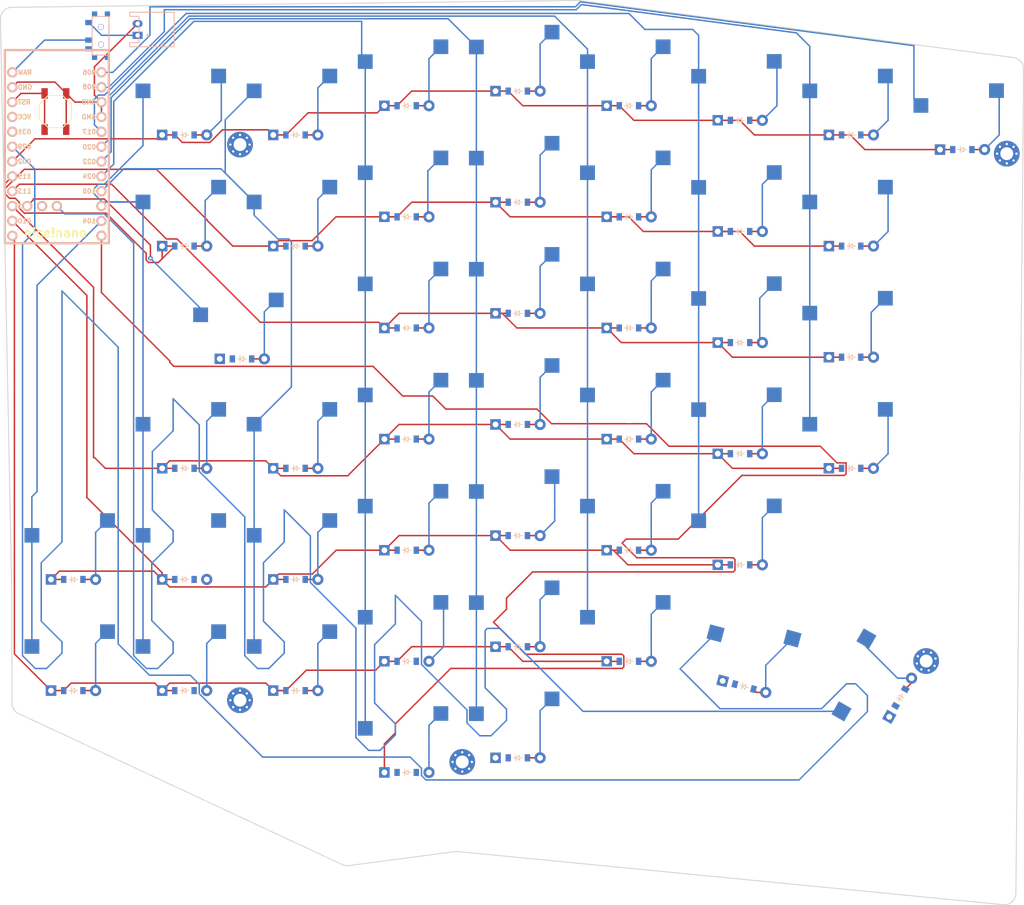
<source format=kicad_pcb>
(kicad_pcb (version 20240108) (generator "pcbnew") (generator_version "8.0")
  (title_block (title "tutorial") (rev "v1.0.0") (company "Unknown"))
  (layers (0 "F.Cu" signal) (31 "B.Cu" signal) (34 "B.Paste" user) (35 "F.Paste" user) (36 "B.SilkS" user "B.Silkscreen") (37 "F.SilkS" user "F.Silkscreen") (38 "B.Mask" user) (39 "F.Mask" user) (44 "Edge.Cuts" user))
  (net 0 "")
  (net 1 "P104")
  (net 2 "arrows_mod")
  (net 3 "arrows_bottom")
  (net 4 "P011")
  (net 5 "outer_mod")
  (net 6 "outer_bottom")
  (net 7 "outer_home")
  (net 8 "outer_num")
  (net 9 "outer_fun")
  (net 10 "P100")
  (net 11 "pinky_mod")
  (net 12 "pinky_bottom")
  (net 13 "pinky_home")
  (net 14 "pinky_num")
  (net 15 "pinky_fun")
  (net 16 "P024")
  (net 17 "ring_fa")
  (net 18 "ring_mod")
  (net 19 "ring_bottom")
  (net 20 "ring_home")
  (net 21 "ring_top")
  (net 22 "ring_num")
  (net 23 "ring_fun")
  (net 24 "P022")
  (net 25 "middle_fa")
  (net 26 "middle_mod")
  (net 27 "middle_bottom")
  (net 28 "middle_home")
  (net 29 "middle_top")
  (net 30 "middle_num")
  (net 31 "middle_fun")
  (net 32 "P020")
  (net 33 "index_mod")
  (net 34 "index_bottom")
  (net 35 "index_home")
  (net 36 "index_top")
  (net 37 "index_num")
  (net 38 "index_fun")
  (net 39 "P017")
  (net 40 "inner_bottom")
  (net 41 "inner_home")
  (net 42 "inner_top")
  (net 43 "inner_num")
  (net 44 "inner_fun")
  (net 45 "P008")
  (net 46 "f45rfc_home")
  (net 47 "f45rfc_top")
  (net 48 "f45rfc_num")
  (net 49 "f45rfc_fun")
  (net 50 "P006")
  (net 51 "f6_fun")
  (net 52 "P029")
  (net 53 "layer_default")
  (net 54 "P107")
  (net 55 "space_default")
  (net 56 "P101")
  (net 57 "tab_default")
  (net 58 "P009")
  (net 59 "P010")
  (net 60 "P111")
  (net 61 "P115")
  (net 62 "P002")
  (net 63 "P106")
  (net 64 "P113")
  (net 65 "RAW")
  (net 66 "GND")
  (net 67 "RST")
  (net 68 "VCC")
  (net 69 "P031")
  (net 70 "P102")
  (net 71 "pos")
  (footprint "E73:SPDT_C128955" (layer "F.Cu") (at 117.9 63.08 -90)
    (property "Reference" "T1" (hide yes))
    (property "Value" "" (hide yes))
  )
  (footprint "E73:SW_TACT_ALPS_SKQGABE010" (layer "F.Cu") (at 110.11 76.05 -90)
    (property "Reference" "B1" (hide yes))
    (property "Value" "" (hide yes))
  )
  (footprint "MX" (layer "F.Cu") (at 189.17 67.55)
    (property "Reference" "S26" (hide yes))
    (property "Value" "" (hide yes))
  )
  (footprint "MountingHole_2.2mm_M2_Pad_Via" (layer "F.Cu") (at 272.77 83.25)
    (property "Reference" "_5" (hide yes))
    (property "Value" "")
  )
  (footprint "MX" (layer "F.Cu") (at 246.17 75.05)
    (property "Reference" "S41" (hide yes))
    (property "Value" "" (hide yes))
  )
  (footprint "ComboDiode" (layer "F.Cu") (at 246.17 99.05)
    (property "Reference" "D40" (hide yes))
    (property "Value" "" (hide yes))
  )
  (footprint "MX" (layer "F.Cu") (at 113.17 170.05)
    (property "Reference" "S1" (hide yes))
    (property "Value" "" (hide yes))
  )
  (footprint "MountingHole_2.2mm_M2_Pad_Via" (layer "F.Cu") (at 141.67 81.7)
    (property "Reference" "_1" (hide yes))
    (property "Value" "")
  )
  (footprint "ComboDiode" (layer "F.Cu") (at 170.17 170.05)
    (property "Reference" "D14" (hide yes))
    (property "Value" "" (hide yes))
  )
  (footprint "MX" (layer "F.Cu") (at 265.17 77.55)
    (property "Reference" "S42" (hide yes))
    (property "Value" "" (hide yes))
  )
  (footprint "MX" (layer "F.Cu") (at 227.17 148.55)
    (property "Reference" "S33" (hide yes))
    (property "Value" "" (hide yes))
  )
  (footprint "ComboDiode" (layer "F.Cu") (at 170.17 151.05)
    (property "Reference" "D15" (hide yes))
    (property "Value" "" (hide yes))
  )
  (footprint "ComboDiode" (layer "F.Cu") (at 208.17 75.05)
    (property "Reference" "D32" (hide yes))
    (property "Value" "" (hide yes))
  )
  (footprint "ComboDiode" (layer "F.Cu") (at 227.17 115.55)
    (property "Reference" "D35" (hide yes))
    (property "Value" "" (hide yes))
  )
  (footprint "MX" (layer "F.Cu") (at 208.17 70.05)
    (property "Reference" "S32" (hide yes))
    (property "Value" "" (hide yes))
  )
  (footprint "MX" (layer "F.Cu") (at 170.17 146.05)
    (property "Reference" "S15" (hide yes))
    (property "Value" "" (hide yes))
  )
  (footprint "MX" (layer "F.Cu") (at 189.17 162.55)
    (property "Reference" "S21" (hide yes))
    (property "Value" "" (hide yes))
  )
  (footprint "MX" (layer "F.Cu") (at 170.17 89.05)
    (property "Reference" "S18" (hide yes))
    (property "Value" "" (hide yes))
  )
  (footprint "MX" (layer "F.Cu") (at 227.17 110.55)
    (property "Reference" "S35" (hide yes))
    (property "Value" "" (hide yes))
  )
  (footprint "ComboDiode" (layer "F.Cu") (at 151.17 175.05)
    (property "Reference" "D8" (hide yes))
    (property "Value" "" (hide yes))
  )
  (footprint "MountingHole_2.2mm_M2_Pad_Via" (layer "F.Cu") (at 258.990986 170.003718 60)
    (property "Reference" "_4" (hide yes))
    (property "Value" "")
  )
  (footprint "ComboDiode" (layer "F.Cu") (at 151.17 156.05)
    (property "Reference" "D9" (hide yes))
    (property "Value" "" (hide yes))
  )
  (footprint "MX" (layer "F.Cu") (at 227.17 72.55)
    (property "Reference" "S37" (hide yes))
    (property "Value" "" (hide yes))
  )
  (footprint "MountingHole_2.2mm_M2_Pad_Via" (layer "F.Cu") (at 179.67 187.25)
    (property "Reference" "_3" (hide yes))
    (property "Value" "")
  )
  (footprint "MX" (layer "F.Cu") (at 246.17 132.05)
    (property "Reference" "S38" (hide yes))
    (property "Value" "" (hide yes))
  )
  (footprint "ComboDiode" (layer "F.Cu") (at 227.875905 174.379629 -15)
    (property "Reference" "D43" (hide yes))
    (property "Value" "" (hide yes))
  )
  (footprint "MX" (layer "F.Cu") (at 132.17 94.05)
    (property "Reference" "S6" (hide yes))
    (property "Value" "" (hide yes))
  )
  (footprint "ComboDiode" (layer "F.Cu") (at 227.17 134.55)
    (property "Reference" "D34" (hide yes))
    (property "Value" "" (hide yes))
  )
  (footprint "ComboDiode" (layer "F.Cu") (at 189.17 72.55)
    (property "Reference" "D26" (hide yes))
    (property "Value" "" (hide yes))
  )
  (footprint "MX" (layer "F.Cu") (at 208.17 127.05)
    (property "Reference" "S29" (hide yes))
    (property "Value" "" (hide yes))
  )
  (footprint "ComboDiode" (layer "F.Cu") (at 142.02 118.34)
    (property "Reference" "D45" (hide yes))
    (property "Value" "" (hide yes))
  )
  (footprint "ComboDiode" (layer "F.Cu") (at 113.17 156.05)
    (property "Reference" "D2" (hide yes))
    (property "Value" "" (hide yes))
  )
  (footprint "MX" (layer "F.Cu") (at 170.17 70.05)
    (property "Reference" "S19" (hide yes))
    (property "Value" "" (hide yes))
  )
  (footprint "MX" (layer "F.Cu") (at 189.17 143.55)
    (property "Reference" "S22" (hide yes))
    (property "Value" "" (hide yes))
  )
  (footprint "ComboDiode" (layer "F.Cu") (at 170.17 132.05)
    (property "Reference" "D16" (hide yes))
    (property "Value" "" (hide yes))
  )
  (footprint "ComboDiode" (layer "F.Cu") (at 246.17 118.05)
    (property "Reference" "D39" (hide yes))
    (property "Value" "" (hide yes))
  )
  (footprint "MX" (layer "F.Cu") (at 227.17 91.55)
    (property "Reference" "S36" (hide yes))
    (property "Value" "" (hide yes))
  )
  (footprint "MX" (layer "F.Cu") (at 246.17 113.05)
    (property "Reference" "S39" (hide yes))
    (property "Value" "" (hide yes))
  )
  (footprint "MountingHole_2.2mm_M2_Pad_Via" (layer "F.Cu") (at 141.67 176.7)
    (property "Reference" "_2" (hide yes))
    (property "Value" "")
  )
  (footprint "ComboDiode" (layer "F.Cu") (at 208.17 170.05)
    (property "Reference" "D27" (hide yes))
    (property "Value" "" (hide yes))
  )
  (footprint "MX" (layer "F.Cu") (at 189.17 124.55)
    (property "Reference" "S23" (hide yes))
    (property "Value" "" (hide yes))
  )
  (footprint "ComboDiode" (layer "F.Cu") (at 246.17 80.05)
    (property "Reference" "D41" (hide yes))
    (property "Value" "" (hide yes))
  )
  (footprint "MX" (layer "F.Cu") (at 189.17 86.55)
    (property "Reference" "S25" (hide yes))
    (property "Value" "" (hide yes))
  )
  (footprint "ComboDiode" (layer "F.Cu") (at 151.17 99.05)
    (property "Reference" "D11" (hide yes))
    (property "Value" "" (hide yes))
  )
  (footprint "MX" (layer "F.Cu") (at 151.17 132.05)
    (property "Reference" "S10" (hide yes))
    (property "Value" "" (hide yes))
  )
  (footprint "MX" (layer "F.Cu") (at 132.17 151.05)
    (property "Reference" "S4" (hide yes))
    (property "Value" "" (hide yes))
  )
  (footprint "ComboDiode" (layer "F.Cu") (at 254.584769 176.235511 60)
    (property "Reference" "D44" (hide yes))
    (property "Value" "" (hide yes))
  )
  (footprint "ComboDiode" (layer "F.Cu") (at 227.17 77.55)
    (property "Reference" "D37" (hide yes))
    (property "Value" "" (hide yes))
  )
  (footprint "ComboDiode" (layer "F.Cu") (at 132.17 99.05)
    (property "Reference" "D6" (hide yes))
    (property "Value" "" (hide yes))
  )
  (footprint "ComboDiode" (layer "F.Cu") (at 189.17 110.55)
    (property "Reference" "D24" (hide yes))
    (property "Value" "" (hide yes))
  )
  (footprint "MX" (layer "F.Cu") (at 229.17 169.55 -15)
    (property "Reference" "S43" (hide yes))
    (property "Value" "" (hide yes))
  )
  (footprint "MX" (layer "F.Cu") (at 170.17 108.05)
    (property "Reference" "S17" (hide yes))
    (property "Value" "" (hide yes))
  )
  (footprint "ComboDiode" (layer "F.Cu") (at 170.17 75.05)
    (property "Reference" "D19" (hide yes))
    (property "Value" "" (hide yes))
  )
  (footprint "ComboDiode" (layer "F.Cu") (at 151.17 80.05)
    (property "Reference" "D12" (hide yes))
    (property "Value" "" (hide yes))
  )
  (footprint "MX" (layer "F.Cu") (at 208.17 89.05)
    (property "Reference" "S31" (hide yes))
    (property "Value" "" (hide yes))
  )
  (footprint "MX" (layer "F.Cu") (at 246.17 94.05)
    (property "Reference" "S40" (hide yes))
    (property "Value" "" (hide yes))
  )
  (footprint "ComboDiode" (layer "F.Cu") (at 246.17 137.05)
    (property "Reference" "D38" (hide yes))
    (property "Value" "" (hide yes))
  )
  (footprint "ComboDiode" (layer "F.Cu") (at 170.17 94.05)
    (property "Reference" "D18" (hide yes))
    (property "Value" "" (hide yes))
  )
  (footprint "JST_PH_S2B-PH-K_02x2.00mm_Angled" (layer "F.Cu") (at 124.16 62.02 90)
    (property "Reference" "JST1" (hide yes))
    (property "Value" "" (hide yes))
  )
  (footprint "ComboDiode" (layer "F.Cu") (at 189.17 91.55)
    (property "Reference" "D25" (hide yes))
    (property "Value" "" (hide yes))
  )
  (footprint "ComboDiode" (layer "F.Cu") (at 227.17 153.55)
    (property "Reference" "D33" (hide yes))
    (property "Value" "" (hide yes))
  )
  (footprint "ComboDiode" (layer "F.Cu") (at 132.17 137.05)
    (property "Reference" "D5" (hide yes))
    (property "Value" "" (hide yes))
  )
  (footprint "ComboDiode" (layer "F.Cu") (at 208.17 151.05)
    (property "Reference" "D28" (hide yes))
    (property "Value" "" (hide yes))
  )
  (footprint "MX" (layer "F.Cu") (at 208.17 108.05)
    (property "Reference" "S30" (hide yes))
    (property "Value" "" (hide yes))
  )
  (footprint "MX" (layer "F.Cu") (at 151.17 75.05)
    (property "Reference" "S12" (hide yes))
    (property "Value" "" (hide yes))
  )
  (footprint "MX" (layer "F.Cu") (at 170.17 127.05)
    (property "Reference" "S16" (hide yes))
    (property "Value" "" (hide yes))
  )
  (footprint "ComboDiode" (layer "F.Cu") (at 208.17 113.05)
    (property "Reference" "D30" (hide yes))
    (property "Value" "" (hide yes))
  )
  (footprint "MX" (layer "F.Cu") (at 132.17 132.05)
    (property "Reference" "S5" (hide yes))
    (property "Value" "" (hide yes))
  )
  (footprint "ComboDiode" (layer "F.Cu") (at 113.17 175.05)
    (property "Reference" "D1" (hide yes))
    (property "Value" "" (hide yes))
  )
  (footprint "ComboDiode" (layer "F.Cu") (at 151.17 137.05)
    (property "Reference" "D10" (hide yes))
    (property "Value" "" (hide yes))
  )
  (footprint "nice_nano" (layer "F.Cu") (at 110.36 83.32 -90)
    (property "Reference" "MCU1" (hide yes))
    (property "Value" "nice_nano" (hide yes))
  )
  (footprint "ComboDiode" (layer "F.Cu") (at 227.17 96.55)
    (property "Reference" "D36" (hide yes))
    (property "Value" "" (hide yes))
  )
  (footprint "ComboDiode" (layer "F.Cu") (at 189.17 186.55)
    (property "Reference" "D20" (hide yes))
    (property "Value" "" (hide yes))
  )
  (footprint "ComboDiode" (layer "F.Cu") (at 132.17 156.05)
    (property "Reference" "D4" (hide yes))
    (property "Value" "" (hide yes))
  )
  (footprint "ComboDiode" (layer "F.Cu") (at 208.17 94.05)
    (property "Reference" "D31" (hide yes))
    (property "Value" "" (hide yes))
  )
  (footprint "ComboDiode" (layer "F.Cu") (at 189.17 129.55)
    (property "Reference" "D23" (hide yes))
    (property "Value" "" (hide yes))
  )
  (footprint "MX" (layer "F.Cu") (at 151.17 170.05)
    (property "Reference" "S8" (hide yes))
    (property "Value" "" (hide yes))
  )
  (footprint "MX" (layer "F.Cu") (at 208.17 165.05)
    (property "Reference" "S27" (hide yes))
    (property "Value" "" (hide yes))
  )
  (footprint "MX" (layer "F.Cu") (at 189.17 105.55)
    (property "Reference" "S24" (hide yes))
    (property "Value" "" (hide yes))
  )
  (footprint "ComboDiode" (layer "F.Cu") (at 132.17 175.05)
    (property "Reference" "D3" (hide yes))
    (property "Value" "" (hide yes))
  )
  (footprint "ComboDiode" (layer "F.Cu") (at 170.17 189.05)
    (property "Reference" "D13" (hide yes))
    (property "Value" "" (hide yes))
  )
  (footprint "ComboDiode" (layer "F.Cu") (at 265.17 82.55)
    (property "Reference" "D42" (hide yes))
    (property "Value" "" (hide yes))
  )
  (footprint "MX" (layer "F.Cu") (at 113.17 151.05)
    (property "Reference" "S2" (hide yes))
    (property "Value" "" (hide yes))
  )
  (footprint "MX" (layer "F.Cu") (at 250.254642 173.735511 60)
    (property "Reference" "S44" (hide yes))
    (property "Value" "" (hide yes))
  )
  (footprint "MX" (layer "F.Cu") (at 132.17 75.05)
    (property "Reference" "S7" (hide yes))
    (property "Value" "" (hide yes))
  )
  (footprint "MX" (layer "F.Cu") (at 151.17 151.05)
    (property "Reference" "S9" (hide yes))
    (property "Value" "" (hide yes))
  )
  (footprint "MX" (layer "F.Cu") (at 189.17 181.55)
    (property "Reference" "S20" (hide yes))
    (property "Value" "" (hide yes))
  )
  (footprint "MX" (layer "F.Cu") (at 132.17 170.05)
    (property "Reference" "S3" (hide yes))
    (property "Value" "" (hide yes))
  )
  (footprint "ComboDiode" (layer "F.Cu") (at 208.17 132.05)
    (property "Reference" "D29" (hide yes))
    (property "Value" "" (hide yes))
  )
  (footprint "MX" (layer "F.Cu") (at 142.02 113.34)
    (property "Reference" "S45" (hide yes))
    (property "Value" "" (hide yes))
  )
  (footprint "MX" (layer "F.Cu") (at 151.17 94.05)
    (property "Reference" "S11" (hide yes))
    (property "Value" "" (hide yes))
  )
  (footprint "MX" (layer "F.Cu") (at 170.17 165.05)
    (property "Reference" "S14" (hide yes))
    (property "Value" "" (hide yes))
  )
  (footprint "ComboDiode" (layer "F.Cu") (at 189.17 167.55)
    (property "Reference" "D21" (hide yes))
    (property "Value" "" (hide yes))
  )
  (footprint "MX" (layer "F.Cu") (at 208.17 146.05)
    (property "Reference" "S28" (hide yes))
    (property "Value" "" (hide yes))
  )
  (footprint "ComboDiode" (layer "F.Cu") (at 170.17 113.05)
    (property "Reference" "D17" (hide yes))
    (property "Value" "" (hide yes))
  )
  (footprint "MX" (layer "F.Cu") (at 170.17 184.05)
    (property "Reference" "S13" (hide yes))
    (property "Value" "" (hide yes))
  )
  (footprint "MX" (layer "F.Cu") (at 227.17 129.55)
    (property "Reference" "S34" (hide yes))
    (property "Value" "" (hide yes))
  )
  (footprint "ComboDiode" (layer "F.Cu") (at 132.17 80.05)
    (property "Reference" "D7" (hide yes))
    (property "Value" "" (hide yes))
  )
  (footprint "ComboDiode" (layer "F.Cu") (at 189.17 148.55)
    (property "Reference" "D22" (hide yes))
    (property "Value" "" (hide yes))
  )
  (gr_arc (start 103.824229 178.98864) (mid 102.983059 178.250624) (end 102.67 177.176274) (stroke (width 0.15)) (layer "Edge.Cuts"))
  (gr_arc (start 199.526818 57.051736) (mid 199.669696 57.055111) (end 199.811968 57.06868) (stroke (width 0.15)) (layer "Edge.Cuts"))
  (gr_arc (start 273.914357 66.818994) (mid 275.16326 67.490236) (end 275.65336 68.820697) (stroke (width 0.15)) (layer "Edge.Cuts"))
  (gr_line (start 102.68519 58.225573) (end 199.526819 57.051736) (stroke (width 0.15)) (layer "Edge.Cuts"))
  (gr_arc (start 178.442973 202.579872) (mid 178.670221 202.563064) (end 178.897905 202.572214) (stroke (width 0.15)) (layer "Edge.Cuts"))
  (gr_arc (start 160.248205 204.97392) (mid 159.682686 204.967679) (end 159.141525 204.803378) (stroke (width 0.15)) (layer "Edge.Cuts"))
  (gr_line (start 199.811968 57.06868) (end 273.914357 66.818994) (stroke (width 0.15)) (layer "Edge.Cuts"))
  (gr_arc (start 274.329576 209.688427) (mid 273.666556 211.157155) (end 272.135641 211.6602) (stroke (width 0.15)) (layer "Edge.Cuts"))
  (gr_line (start 272.135641 211.6602) (end 178.897905 202.572214) (stroke (width 0.15)) (layer "Edge.Cuts"))
  (gr_arc (start 102.66961 159.430241) (mid 102.669903 159.449999) (end 102.67 159.469759) (stroke (width 0.15)) (layer "Edge.Cuts"))
  (gr_line (start 178.442973 202.579872) (end 160.248205 204.97392) (stroke (width 0.15)) (layer "Edge.Cuts"))
  (gr_line (start 102.67 177.176274) (end 102.67 159.469759) (stroke (width 0.15)) (layer "Edge.Cuts"))
  (gr_line (start 102.66961 159.430241) (end 100.709821 60.264945) (stroke (width 0.15)) (layer "Edge.Cuts"))
  (gr_arc (start 100.709821 60.264945) (mid 101.272854 58.833935) (end 102.68519 58.225573) (stroke (width 0.15)) (layer "Edge.Cuts"))
  (gr_line (start 275.65336 68.820697) (end 274.329575 209.688427) (stroke (width 0.15)) (layer "Edge.Cuts"))
  (gr_line (start 159.141525 204.803378) (end 103.824229 178.98864) (stroke (width 0.15)) (layer "Edge.Cuts"))
  (segment (start 106.97 105.76) (end 117.98 94.75) (width 0.25) (layer "B.Cu") (net 1))
  (segment (start 106.085 167.51) (end 106.085 148.51) (width 0.25) (layer "B.Cu") (net 1))
  (segment (start 106.085 141.905) (end 106.97 141.02) (width 0.25) (layer "B.Cu") (net 1))
  (segment (start 106.085 148.51) (end 106.085 141.905) (width 0.25) (layer "B.Cu") (net 1))
  (segment (start 106.97 141.02) (end 106.97 105.76) (width 0.25) (layer "B.Cu") (net 1))
  (segment (start 116.98 175.05) (end 114.82 175.05) (width 0.25) (layer "F.Cu") (net 2))
  (segment (start 119.012 164.97) (end 118.987 164.97) (width 0.25) (layer "B.Cu") (net 2))
  (segment (start 116.98 166.977) (end 116.98 175.05) (width 0.25) (layer "B.Cu") (net 2))
  (segment (start 118.987 164.97) (end 116.98 166.977) (width 0.25) (layer "B.Cu") (net 2))
  (segment (start 116.98 156.05) (end 114.82 156.05) (width 0.25) (layer "F.Cu") (net 3))
  (segment (start 116.98 148.002) (end 116.98 156.05) (width 0.25) (layer "B.Cu") (net 3))
  (segment (start 119.012 145.97) (end 116.98 148.002) (width 0.25) (layer "B.Cu") (net 3))
  (segment (start 125.085 129.51) (end 125.085 91.51) (width 0.25) (layer "B.Cu") (net 4))
  (segment (start 117.482405 88.4687) (end 116.7787 89.172405) (width 0.25) (layer "B.Cu") (net 4))
  (segment (start 116.7787 90.167595) (end 118.121105 91.51) (width 0.25) (layer "B.Cu") (net 4))
  (segment (start 125.085 167.51) (end 125.085 148.51) (width 0.25) (layer "B.Cu") (net 4))
  (segment (start 125.085 148.51) (end 125.085 129.51) (width 0.25) (layer "B.Cu") (net 4))
  (segment (start 118.68 91.51) (end 117.98 92.21) (width 0.25) (layer "B.Cu") (net 4))
  (segment (start 118.121105 91.51) (end 125.085 91.51) (width 0.25) (layer "B.Cu") (net 4))
  (segment (start 116.7787 89.172405) (end 116.7787 90.167595) (width 0.25) (layer "B.Cu") (net 4))
  (segment (start 125.085 91.51) (end 118.68 91.51) (width 0.25) (layer "B.Cu") (net 4))
  (segment (start 125.085 81.861295) (end 118.477595 88.4687) (width 0.25) (layer "B.Cu") (net 4))
  (segment (start 118.477595 88.4687) (end 117.482405 88.4687) (width 0.25) (layer "B.Cu") (net 4))
  (segment (start 125.085 72.51) (end 125.085 81.861295) (width 0.25) (layer "B.Cu") (net 4))
  (segment (start 135.98 167.002) (end 135.98 175.05) (width 0.25) (layer "B.Cu") (net 5))
  (segment (start 138.012 164.97) (end 135.98 167.002) (width 0.25) (layer "B.Cu") (net 5))
  (segment (start 135.98 137.05) (end 133.82 137.05) (width 0.25) (layer "F.Cu") (net 7))
  (segment (start 135.98 128.977) (end 135.98 137.05) (width 0.25) (layer "B.Cu") (net 7))
  (segment (start 137.987 126.97) (end 135.98 128.977) (width 0.25) (layer "B.Cu") (net 7))
  (segment (start 138.012 126.97) (end 137.987 126.97) (width 0.25) (layer "B.Cu") (net 7))
  (segment (start 135.98 99.05) (end 133.82 99.05) (width 0.25) (layer "F.Cu") (net 8))
  (segment (start 138.012 88.97) (end 135.71 91.272) (width 0.25) (layer "B.Cu") (net 8))
  (segment (start 135.71 98.78) (end 135.98 99.05) (width 0.25) (layer "B.Cu") (net 8))
  (segment (start 135.71 91.272) (end 135.71 98.78) (width 0.25) (layer "B.Cu") (net 8))
  (segment (start 135.98 80.05) (end 133.82 80.05) (width 0.25) (layer "F.Cu") (net 9))
  (segment (start 138.4759 70.4339) (end 138.4759 77.5541) (width 0.25) (layer "B.Cu") (net 9))
  (segment (start 138.4759 77.5541) (end 135.98 80.05) (width 0.25) (layer "B.Cu") (net 9))
  (segment (start 138.012 69.97) (end 138.4759 70.4339) (width 0.25) (layer "B.Cu") (net 9))
  (segment (start 150.006 97.836) (end 150.46 98.29) (width 0.25) (layer "B.Cu") (net 10))
  (segment (start 144.085 91.51) (end 138.405 85.83) (width 0.25) (layer "B.Cu") (net 10))
  (segment (start 148.142316 97.836) (end 150.006 97.836) (width 0.25) (layer "B.Cu") (net 10))
  (segment (start 144.085 129.51) (end 144.085 148.51) (width 0.25) (layer "B.Cu") (net 10))
  (segment (start 150.46 98.29) (end 150.46 123.135) (width 0.25) (layer "B.Cu") (net 10))
  (segment (start 144.085 93.778684) (end 148.142316 97.836) (width 0.25) (layer "B.Cu") (net 10))
  (segment (start 144.085 72.51) (end 139.145 77.45) (width 0.25) (layer "B.Cu") (net 10))
  (segment (start 150.46 123.135) (end 144.085 129.51) (width 0.25) (layer "B.Cu") (net 10))
  (segment (start 144.085 167.51) (end 144.085 148.51) (width 0.25) (layer "B.Cu") (net 10))
  (segment (start 139.145 86.57) (end 144.085 91.51) (width 0.25) (layer "B.Cu") (net 10))
  (segment (start 121.82 85.83) (end 117.98 89.67) (width 0.25) (layer "B.Cu") (net 10))
  (segment (start 144.085 91.51) (end 144.085 93.778684) (width 0.25) (layer "B.Cu") (net 10))
  (segment (start 139.145 77.45) (end 139.145 86.57) (width 0.25) (layer "B.Cu") (net 10))
  (segment (start 138.405 85.83) (end 121.82 85.83) (width 0.25) (layer "B.Cu") (net 10))
  (segment (start 154.98 175.05) (end 152.82 175.05) (width 0.25) (layer "F.Cu") (net 11))
  (segment (start 157.012 164.97) (end 154.98 167.002) (width 0.25) (layer "B.Cu") (net 11))
  (segment (start 154.98 167.002) (end 154.98 175.05) (width 0.25) (layer "B.Cu") (net 11))
  (segment (start 154.98 156.05) (end 152.82 156.05) (width 0.25) (layer "F.Cu") (net 12))
  (segment (start 154.98 148.002) (end 154.98 156.05) (width 0.25) (layer "B.Cu") (net 12))
  (segment (start 157.012 145.97) (end 154.98 148.002) (width 0.25) (layer "B.Cu") (net 12))
  (segment (start 154.98 137.05) (end 152.82 137.05) (width 0.25) (layer "F.Cu") (net 13))
  (segment (start 157.012 126.97) (end 154.98 129.002) (width 0.25) (layer "B.Cu") (net 13))
  (segment (start 154.98 129.002) (end 154.98 137.05) (width 0.25) (layer "B.Cu") (net 13))
  (segment (start 154.98 99.05) (end 152.82 99.05) (width 0.25) (layer "F.Cu") (net 14))
  (segment (start 154.98 91.002) (end 154.98 99.05) (width 0.25) (layer "B.Cu") (net 14))
  (segment (start 157.012 88.97) (end 154.98 91.002) (width 0.25) (layer "B.Cu") (net 14))
  (segment (start 154.98 80.05) (end 152.82 80.05) (width 0.25) (layer "F.Cu") (net 15))
  (segment (start 154.98 72.002) (end 154.98 80.05) (width 0.25) (layer "B.Cu") (net 15))
  (segment (start 157.012 69.97) (end 154.98 72.002) (width 0.25) (layer "B.Cu") (net 15))
  (segment (start 163.06 67.51) (end 162.47 66.92) (width 0.25) (layer "B.Cu") (net 16))
  (segment (start 163.085 86.51) (end 163.085 105.51) (width 0.25) (layer "B.Cu") (net 16))
  (segment (start 133.792743 60.627257) (end 120.0813 74.3387) (width 0.25) (layer "B.Cu") (net 16))
  (segment (start 163.085 143.51) (end 163.085 162.51) (width 0.25) (layer "B.Cu") (net 16))
  (segment (start 163.085 67.51) (end 163.085 86.51) (width 0.25) (layer "B.Cu") (net 16))
  (segment (start 163.085 105.51) (end 163.085 124.51) (width 0.25) (layer "B.Cu") (net 16))
  (segment (start 162.47 60.627257) (end 133.792743 60.627257) (width 0.25) (layer "B.Cu") (net 16))
  (segment (start 163.085 162.51) (end 163.085 181.51) (width 0.25) (layer "B.Cu") (net 16))
  (segment (start 120.0813 74.3387) (end 120.0813 85.0287) (width 0.25) (layer "B.Cu") (net 16))
  (segment (start 162.47 66.92) (end 162.47 60.627257) (width 0.25) (layer "B.Cu") (net 16))
  (segment (start 163.085 124.51) (end 163.085 143.51) (width 0.25) (layer "B.Cu") (net 16))
  (segment (start 163.085 67.51) (end 163.06 67.51) (width 0.25) (layer "B.Cu") (net 16))
  (segment (start 120.0813 85.0287) (end 117.98 87.13) (width 0.25) (layer "B.Cu") (net 16))
  (segment (start 173.98 181.002) (end 173.98 189.05) (width 0.25) (layer "B.Cu") (net 17))
  (segment (start 176.012 178.97) (end 173.98 181.002) (width 0.25) (layer "B.Cu") (net 17))
  (segment (start 176.012 159.97) (end 176.4759 160.4339) (width 0.25) (layer "B.Cu") (net 18))
  (segment (start 176.4759 167.5541) (end 173.98 170.05) (width 0.25) (layer "B.Cu") (net 18))
  (segment (start 176.4759 160.4339) (end 176.4759 167.5541) (width 0.25) (layer "B.Cu") (net 18))
  (segment (start 173.98 151.05) (end 171.82 151.05) (width 0.25) (layer "F.Cu") (net 19))
  (segment (start 173.98 143.002) (end 173.98 151.05) (width 0.25) (layer "B.Cu") (net 19))
  (segment (start 176.012 140.97) (end 173.98 143.002) (width 0.25) (layer "B.Cu") (net 19))
  (segment (start 173.98 132.05) (end 171.82 132.05) (width 0.25) (layer "F.Cu") (net 20))
  (segment (start 176.012 121.97) (end 173.98 124.002) (width 0.25) (layer "B.Cu") (net 20))
  (segment (start 173.98 124.002) (end 173.98 132.05) (width 0.25) (layer "B.Cu") (net 20))
  (segment (start 173.98 113.05) (end 171.82 113.05) (width 0.25) (layer "F.Cu") (net 21))
  (segment (start 173.98 105.002) (end 173.98 113.05) (width 0.25) (layer "B.Cu") (net 21))
  (segment (start 176.012 102.97) (end 173.98 105.002) (width 0.25) (layer "B.Cu") (net 21))
  (segment (start 173.98 94.05) (end 171.82 94.05) (width 0.25) (layer "F.Cu") (net 22))
  (segment (start 173.79 93.86) (end 173.98 94.05) (width 0.25) (layer "B.Cu") (net 22))
  (segment (start 173.79 86.192) (end 173.79 93.86) (width 0.25) (layer "B.Cu") (net 22))
  (segment (start 176.012 83.97) (end 173.79 86.192) (width 0.25) (layer "B.Cu") (net 22))
  (segment (start 173.98 75.05) (end 171.82 75.05) (width 0.25) (layer "F.Cu") (net 23))
  (segment (start 176.012 64.97) (end 173.98 67.002) (width 0.25) (layer "B.Cu") (net 23))
  (segment (start 173.98 67.002) (end 173.98 75.05) (width 0.25) (layer "B.Cu") (net 23))
  (segment (start 182.085 84.01) (end 182.085 103.01) (width 0.25) (layer "B.Cu") (net 24))
  (segment (start 177.252257 60.177257) (end 133.116396 60.177257) (width 0.25) (layer "B.Cu") (net 24))
  (segment (start 182.085 65.01) (end 177.252257 60.177257) (width 0.25) (layer "B.Cu") (net 24))
  (segment (start 182.085 65.01) (end 182.085 84.01) (width 0.25) (layer "B.Cu") (net 24))
  (segment (start 119.6313 73.662353) (end 119.6313 82.9387) (width 0.25) (layer "B.Cu") (net 24))
  (segment (start 182.085 160.01) (end 182.085 141.01) (width 0.25) (layer "B.Cu") (net 24))
  (segment (start 182.085 179.01) (end 182.085 160.01) (width 0.25) (layer "B.Cu") (net 24))
  (segment (start 133.116396 60.177257) (end 119.6313 73.662353) (width 0.25) (layer "B.Cu") (net 24))
  (segment (start 119.6313 82.9387) (end 117.98 84.59) (width 0.25) (layer "B.Cu") (net 24))
  (segment (start 182.085 141.01) (end 182.085 122.01) (width 0.25) (layer "B.Cu") (net 24))
  (segment (start 182.085 103.01) (end 182.085 122.01) (width 0.25) (layer "B.Cu") (net 24))
  (segment (start 192.98 186.55) (end 190.82 186.55) (width 0.25) (layer "F.Cu") (net 25))
  (segment (start 192.98 178.502) (end 192.98 186.55) (width 0.25) (layer "B.Cu") (net 25))
  (segment (start 195.012 176.47) (end 192.98 178.502) (width 0.25) (layer "B.Cu") (net 25))
  (segment (start 192.98 167.55) (end 190.82 167.55) (width 0.25) (layer "F.Cu") (net 26))
  (segment (start 195.012 157.47) (end 192.98 159.502) (width 0.25) (layer "B.Cu") (net 26))
  (segment (start 192.98 159.502) (end 192.98 167.55) (width 0.25) (layer "B.Cu") (net 26))
  (segment (start 192.98 148.55) (end 190.82 148.55) (width 0.25) (layer "F.Cu") (net 27))
  (segment (start 195.012 138.47) (end 195.4759 138.9339) (width 0.25) (layer "B.Cu") (net 27))
  (segment (start 195.4759 138.9339) (end 195.4759 146.0541) (width 0.25) (layer "B.Cu") (net 27))
  (segment (start 195.4759 146.0541) (end 192.98 148.55) (width 0.25) (layer "B.Cu") (net 27))
  (segment (start 192.98 129.55) (end 190.82 129.55) (width 0.25) (layer "F.Cu") (net 28))
  (segment (start 192.98 121.502) (end 192.98 129.55) (width 0.25) (layer "B.Cu") (net 28))
  (segment (start 195.012 119.47) (end 192.98 121.502) (width 0.25) (layer "B.Cu") (net 28))
  (segment (start 192.98 110.55) (end 190.82 110.55) (width 0.25) (layer "F.Cu") (net 29))
  (segment (start 195.012 100.47) (end 192.98 102.502) (width 0.25) (layer "B.Cu") (net 29))
  (segment (start 192.98 102.502) (end 192.98 110.55) (width 0.25) (layer "B.Cu") (net 29))
  (segment (start 192.98 91.55) (end 190.82 91.55) (width 0.25) (layer "F.Cu") (net 30))
  (segment (start 195.012 81.47) (end 192.98 83.502) (width 0.25) (layer "B.Cu") (net 30))
  (segment (start 192.98 83.502) (end 192.98 91.55) (width 0.25) (layer "B.Cu") (net 30))
  (segment (start 192.98 72.55) (end 190.82 72.55) (width 0.25) (layer "F.Cu") (net 31))
  (segment (start 195.012 62.47) (end 192.98 64.502) (width 0.25) (layer "B.Cu") (net 31))
  (segment (start 192.98 64.502) (end 192.98 72.55) (width 0.25) (layer "B.Cu") (net 31))
  (segment (start 201.085 124.51) (end 201.085 105.51) (width 0.25) (layer "B.Cu") (net 32))
  (segment (start 201.085 143.51) (end 201.085 124.51) (width 0.25) (layer "B.Cu") (net 32))
  (segment (start 201.085 65.368) (end 195.444257 59.727257) (width 0.25) (layer "B.Cu") (net 32))
  (segment (start 201.085 67.51) (end 201.085 65.368) (width 0.25) (layer "B.Cu") (net 32))
  (segment (start 132.93 59.727257) (end 119.1813 73.475957) (width 0.25) (layer "B.Cu") (net 32))
  (segment (start 201.085 162.51) (end 201.085 143.51) (width 0.25) (layer "B.Cu") (net 32))
  (segment (start 195.444257 59.727257) (end 132.93 59.727257) (width 0.25) (layer "B.Cu") (net 32))
  (segment (start 119.1813 80.8487) (end 117.98 82.05) (width 0.25) (layer "B.Cu") (net 32))
  (segment (start 201.085 86.51) (end 201.085 67.51) (width 0.25) (layer "B.Cu") (net 32))
  (segment (start 201.085 86.51) (end 201.085 105.51) (width 0.25) (layer "B.Cu") (net 32))
  (segment (start 119.1813 73.475957) (end 119.1813 80.8487) (width 0.25) (layer "B.Cu") (net 32))
  (segment (start 211.98 170.05) (end 209.82 170.05) (width 0.25) (layer "F.Cu") (net 33))
  (segment (start 214.012 159.97) (end 211.98 162.002) (width 0.25) (layer "B.Cu") (net 33))
  (segment (start 211.98 162.002) (end 211.98 170.05) (width 0.25) (layer "B.Cu") (net 33))
  (segment (start 211.98 151.05) (end 209.82 151.05) (width 0.25) (layer "F.Cu") (net 34))
  (segment (start 211.98 142.977) (end 211.98 151.05) (width 0.25) (layer "B.Cu") (net 34))
  (segment (start 214.012 140.97) (end 213.987 140.97) (width 0.25) (layer "B.Cu") (net 34))
  (segment (start 213.987 140.97) (end 211.98 142.977) (width 0.25) (layer "B.Cu") (net 34))
  (segment (start 211.98 132.05) (end 209.82 132.05) (width 0.25) (layer "F.Cu") (net 35))
  (segment (start 211.98 124.002) (end 211.98 132.05) (width 0.25) (layer "B.Cu") (net 35))
  (segment (start 214.012 121.97) (end 211.98 124.002) (width 0.25) (layer "B.Cu") (net 35))
  (segment (start 211.98 113.05) (end 209.82 113.05) (width 0.25) (layer "F.Cu") (net 36))
  (segment (start 214.012 102.97) (end 211.98 105.002) (width 0.25) (layer "B.Cu") (net 36))
  (segment (start 211.98 105.002) (end 211.98 113.05) (width 0.25) (layer "B.Cu") (net 36))
  (segment (start 209.82 94.05) (end 211.98 94.05) (width 0.25) (layer "F.Cu") (net 37))
  (segment (start 211.98 86.002) (end 211.98 94.05) (width 0.25) (layer "B.Cu") (net 37))
  (segment (start 214.012 83.97) (end 211.98 86.002) (width 0.25) (layer "B.Cu") (net 37))
  (segment (start 209.82 75.05) (end 211.98 75.05) (width 0.25) (layer "F.Cu") (net 38))
  (segment (start 213.987 64.97) (end 211.98 66.977) (width 0.25) (layer "B.Cu") (net 38))
  (segment (start 214.012 64.97) (end 213.987 64.97) (width 0.25) (layer "B.Cu") (net 38))
  (segment (start 211.98 66.977) (end 211.98 75.05) (width 0.25) (layer "B.Cu") (net 38))
  (segment (start 220.085 70.01) (end 220.085 63.025) (width 0.25) (layer "B.Cu") (net 39))
  (segment (start 219.07 62.01) (end 210.897841 62.01) (width 0.25) (layer "B.Cu") (net 39))
  (segment (start 220.085 63.025) (end 219.07 62.01) (width 0.25) (layer "B.Cu") (net 39))
  (segment (start 220.085 108.01) (end 220.085 127.01) (width 0.25) (layer "B.Cu") (net 39))
  (segment (start 220.085 70.01) (end 220.085 89.01) (width 0.25) (layer "B.Cu") (net 39))
  (segment (start 116.7787 73.932405) (end 116.7787 78.3087) (width 0.25) (layer "B.Cu") (net 39))
  (segment (start 117.482405 73.2287) (end 116.7787 73.932405) (width 0.25) (layer "B.Cu") (net 39))
  (segment (start 210.897841 62.01) (end 208.165098 59.277257) (width 0.25) (layer "B.Cu") (net 39))
  (segment (start 116.7787 78.3087) (end 117.98 79.51) (width 0.25) (layer "B.Cu") (net 39))
  (segment (start 208.165098 59.277257) (end 132.468414 59.277257) (width 0.25) (layer "B.Cu") (net 39))
  (segment (start 220.085 146.01) (end 220.085 127.01) (width 0.25) (layer "B.Cu") (net 39))
  (segment (start 118.516971 73.2287) (end 117.482405 73.2287) (width 0.25) (layer "B.Cu") (net 39))
  (segment (start 220.085 89.01) (end 220.085 108.01) (width 0.25) (layer "B.Cu") (net 39))
  (segment (start 132.468414 59.277257) (end 118.516971 73.2287) (width 0.25) (layer "B.Cu") (net 39))
  (segment (start 230.98 153.55) (end 228.82 153.55) (width 0.25) (layer "F.Cu") (net 40))
  (segment (start 233.012 143.47) (end 230.98 145.502) (width 0.25) (layer "B.Cu") (net 40))
  (segment (start 230.98 145.502) (end 230.98 153.55) (width 0.25) (layer "B.Cu") (net 40))
  (segment (start 230.98 134.55) (end 228.82 134.55) (width 0.25) (layer "F.Cu") (net 41))
  (segment (start 230.98 126.502) (end 230.98 134.55) (width 0.25) (layer "B.Cu") (net 41))
  (segment (start 233.012 124.47) (end 230.98 126.502) (width 0.25) (layer "B.Cu") (net 41))
  (segment (start 230.98 115.55) (end 228.82 115.55) (width 0.25) (layer "F.Cu") (net 42))
  (segment (start 230.53 115.1) (end 230.98 115.55) (width 0.25) (layer "B.Cu") (net 42))
  (segment (start 233.012 105.47) (end 230.53 107.952) (width 0.25) (layer "B.Cu") (net 42))
  (segment (start 230.53 107.952) (end 230.53 115.1) (width 0.25) (layer "B.Cu") (net 42))
  (segment (start 230.98 96.55) (end 228.82 96.55) (width 0.25) (layer "F.Cu") (net 43))
  (segment (start 233.012 86.47) (end 230.98 88.502) (width 0.25) (layer "B.Cu") (net 43))
  (segment (start 230.98 88.502) (end 230.98 96.55) (width 0.25) (layer "B.Cu") (net 43))
  (segment (start 230.98 77.55) (end 228.82 77.55) (width 0.25) (layer "F.Cu") (net 44))
  (segment (start 233.012 67.47) (end 233.4759 67.9339) (width 0.25) (layer "B.Cu") (net 44))
  (segment (start 233.4759 75.0541) (end 230.98 77.55) (width 0.25) (layer "B.Cu") (net 44))
  (segment (start 233.4759 67.9339) (end 233.4759 75.0541) (width 0.25) (layer "B.Cu") (net 44))
  (segment (start 236.787437 62.589475) (end 200.037266 57.753927) (width 0.25) (layer "B.Cu") (net 45))
  (segment (start 119.219275 71.89) (end 117.98 71.89) (width 0.25) (layer "B.Cu") (net 45))
  (segment (start 199.161193 58.63) (end 128.73 58.63) (width 0.25) (layer "B.Cu") (net 45))
  (segment (start 239.085 91.51) (end 239.085 110.51) (width 0.25) (layer "B.Cu") (net 45))
  (segment (start 200.037266 57.753927) (end 199.161193 58.63) (width 0.25) (layer "B.Cu") (net 45))
  (segment (start 239.085 72.51) (end 239.085 91.51) (width 0.25) (layer "B.Cu") (net 45))
  (segment (start 128.73 62.379275) (end 119.219275 71.89) (width 0.25) (layer "B.Cu") (net 45))
  (segment (start 128.73 58.63) (end 128.73 62.379275) (width 0.25) (layer "B.Cu") (net 45))
  (segment (start 239.085 64.887038) (end 236.787437 62.589475) (width 0.25) (layer "B.Cu") (net 45))
  (segment (start 239.085 72.51) (end 239.085 64.887038) (width 0.25) (layer "B.Cu") (net 45))
  (segment (start 239.085 110.51) (end 239.085 129.51) (width 0.25) (layer "B.Cu") (net 45))
  (segment (start 249.98 137.05) (end 247.82 137.05) (width 0.25) (layer "F.Cu") (net 46))
  (segment (start 252.012 126.97) (end 252.4759 127.4339) (width 0.25) (layer "B.Cu") (net 46))
  (segment (start 252.4759 127.4339) (end 252.4759 134.5541) (width 0.25) (layer "B.Cu") (net 46))
  (segment (start 252.4759 134.5541) (end 249.98 137.05) (width 0.25) (layer "B.Cu") (net 46))
  (segment (start 249.98 118.05) (end 247.82 118.05) (width 0.25) (layer "F.Cu") (net 47))
  (segment (start 252.012 107.97) (end 249.59 110.392) (width 0.25) (layer "B.Cu") (net 47))
  (segment (start 249.59 117.66) (end 249.98 118.05) (width 0.25) (layer "B.Cu") (net 47))
  (segment (start 249.59 110.392) (end 249.59 117.66) (width 0.25) (layer "B.Cu") (net 47))
  (segment (start 249.98 99.05) (end 247.82 99.05) (width 0.25) (layer "F.Cu") (net 48))
  (segment (start 252.4759 96.5541) (end 249.98 99.05) (width 0.25) (layer "B.Cu") (net 48))
  (segment (start 252.4759 89.4339) (end 252.4759 96.5541) (width 0.25) (layer "B.Cu") (net 48))
  (segment (start 252.012 88.97) (end 252.4759 89.4339) (width 0.25) (layer "B.Cu") (net 48))
  (segment (start 249.98 80.05) (end 247.82 80.05) (width 0.25) (layer "F.Cu") (net 49))
  (segment (start 252.012 69.97) (end 252.4759 70.4339) (width 0.25) (layer "B.Cu") (net 49))
  (segment (start 252.4759 77.5541) (end 249.98 80.05) (width 0.25) (layer "B.Cu") (net 49))
  (segment (start 252.4759 70.4339) (end 252.4759 77.5541) (width 0.25) (layer "B.Cu") (net 49))
  (segment (start 126.272299 63.007701) (end 119.93 69.35) (width 0.25) (layer "B.Cu") (net 50))
  (segment (start 119.93 69.35) (end 117.98 69.35) (width 0.25) (layer "B.Cu") (net 50))
  (segment (start 199.015114 58.139683) (end 126.272299 58.139683) (width 0.25) (layer "B.Cu") (net 50))
  (segment (start 258.085 75.01) (end 256.8991 73.8241) (width 0.25) (layer "B.Cu") (net 50))
  (segment (start 126.272299 58.139683) (end 126.272299 63.007701) (width 0.25) (layer "B.Cu") (net 50))
  (segment (start 256.8991 73.8241) (end 256.8991 64.781868) (width 0.25) (layer "B.Cu") (net 50))
  (segment (start 256.8991 64.781868) (end 256.906469 64.782838) (width 0.25) (layer "B.Cu") (net 50))
  (segment (start 256.906469 64.782838) (end 199.875971 57.278826) (width 0.25) (layer "B.Cu") (net 50))
  (segment (start 199.875971 57.278826) (end 199.015114 58.139683) (width 0.25) (layer "B.Cu") (net 50))
  (segment (start 266.82 82.55) (end 268.98 82.55) (width 0.25) (layer "F.Cu") (net 51))
  (segment (start 271.4759 72.9339) (end 271.4759 80.0541) (width 0.25) (layer "B.Cu") (net 51))
  (segment (start 271.012 72.47) (end 271.4759 72.9339) (width 0.25) (layer "B.Cu") (net 51))
  (segment (start 271.4759 80.0541) (end 268.98 82.55) (width 0.25) (layer "B.Cu") (net 51))
  (segment (start 134.7025 173.970169) (end 133.151231 172.4189) (width 0.25) (layer "B.Cu") (net 52))
  (segment (start 172.7 188.3389) (end 170.78 186.4189) (width 0.25) (layer "B.Cu") (net 52))
  (segment (start 248.940542 178.642704) (end 237.255746 190.3275) (width 0.25) (layer "B.Cu") (net 52))
  (segment (start 245.373287 173.890068) (end 246.926587 173.890068) (width 0.25) (layer "B.Cu") (net 52))
  (segment (start 145.542242 186.4189) (end 134.7025 175.579158) (width 0.25) (layer "B.Cu") (net 52))
  (segment (start 246.926587 173.890068) (end 248.940542 175.904023) (width 0.25) (layer "B.Cu") (net 52))
  (segment (start 106.6759 171.2759) (end 104.485 169.085) (width 0.25) (layer "B.Cu") (net 52))
  (segment (start 104.485 98.685) (end 106.58 96.59) (width 0.25) (layer "B.Cu") (net 52))
  (segment (start 106.58 85.89) (end 102.74 82.05) (width 0.25) (layer "B.Cu") (net 52))
  (segment (start 248.940542 175.904023) (end 248.940542 178.642704) (width 0.25) (layer "B.Cu") (net 52))
  (segment (start 170.78 186.4189) (end 145.542242 186.4189) (width 0.25) (layer "B.Cu") (net 52))
  (segment (start 111.235 168.638684) (end 108.597784 171.2759) (width 0.25) (layer "B.Cu") (net 52))
  (segment (start 107.685 153.188684) (end 107.685 163.18335) (width 0.25) (layer "B.Cu") (net 52))
  (segment (start 223.742932 178.151301) (end 241.112054 178.151301) (width 0.25) (layer "B.Cu") (net 52))
  (segment (start 222.983816 165.262815) (end 216.919131 171.3275) (width 0.25) (layer "B.Cu") (net 52))
  (segment (start 106.58 96.59) (end 106.58 85.89) (width 0.25) (layer "B.Cu") (net 52))
  (segment (start 111.235 106.735) (end 111.235 149.638684) (width 0.25) (layer "B.Cu") (net 52))
  (segment (start 120.84 116.34) (end 111.235 106.735) (width 0.25) (layer "B.Cu") (net 52))
  (segment (start 111.235 149.638684) (end 107.685 153.188684) (width 0.25) (layer "B.Cu") (net 52))
  (segment (start 126.182504 172.4189) (end 120.84 167.076396) (width 0.25) (layer "B.Cu") (net 52))
  (segment (start 237.255746 190.3275) (end 173.450842 190.3275) (width 0.25) (layer "B.Cu") (net 52))
  (segment (start 172.7 189.576658) (end 172.7 188.3389) (width 0.25) (layer "B.Cu") (net 52))
  (segment (start 173.450842 190.3275) (end 172.7 189.576658) (width 0.25) (layer "B.Cu") (net 52))
  (segment (start 241.112054 178.151301) (end 245.373287 173.890068) (width 0.25) (layer "B.Cu") (net 52))
  (segment (start 216.919131 171.3275) (end 223.742932 178.151301) (width 0.25) (layer "B.Cu") (net 52))
  (segment (start 120.84 167.076396) (end 120.84 116.34) (width 0.25) (layer "B.Cu") (net 52))
  (segment (start 108.597784 171.2759) (end 106.6759 171.2759) (width 0.25) (layer "B.Cu") (net 52))
  (segment (start 107.685 163.18335) (end 111.235 166.73335) (width 0.25) (layer "B.Cu") (net 52))
  (segment (start 134.7025 175.579158) (end 134.7025 173.970169) (width 0.25) (layer "B.Cu") (net 52))
  (segment (start 104.485 169.085) (end 104.485 98.685) (width 0.25) (layer "B.Cu") (net 52))
  (segment (start 133.151231 172.4189) (end 126.182504 172.4189) (width 0.25) (layer "B.Cu") (net 52))
  (segment (start 111.235 166.73335) (end 111.235 168.638684) (width 0.25) (layer "B.Cu") (net 52))
  (segment (start 231.556082 175.36573) (end 230.028733 175.36573) (width 0.25) (layer "F.Cu") (net 53))
  (segment (start 230.028733 175.36573) (end 229.469683 174.80668) (width 0.25) (layer "F.Cu") (net 53))
  (segment (start 236.127739 166.155118) (end 231.556082 170.726775) (width 0.25) (layer "B.Cu") (net 53))
  (segment (start 231.556082 170.726775) (end 231.556082 175.36573) (width 0.25) (layer "B.Cu") (net 53))
  (segment (start 142.485 145.361658) (end 134.7025 137.579158) (width 0.25) (layer "B.Cu") (net 54))
  (segment (start 130.235 168.638684) (end 127.597784 171.2759) (width 0.25) (layer "B.Cu") (net 54))
  (segment (start 130.235 147.73335) (end 130.235 149.638684) (width 0.25) (layer "B.Cu") (net 54))
  (segment (start 145.685 163.18335) (end 149.235 166.73335) (width 0.25) (layer "B.Cu") (net 54))
  (segment (start 145.685 153.188684) (end 145.685 163.18335) (width 0.25) (layer "B.Cu") (net 54))
  (segment (start 118.477595 93.5487) (end 111.6987 93.5487) (width 0.25) (layer "B.Cu") (net 54))
  (segment (start 153.7025 156.579158) (end 153.7025 148.61415) (width 0.25) (layer "B.Cu") (net 54))
  (segment (start 123.485 98.556105) (end 118.477595 93.5487) (width 0.25) (layer "B.Cu") (net 54))
  (segment (start 165.597784 185.2759) (end 163.6759 185.2759) (width 0.25) (layer "B.Cu") (net 54))
  (segment (start 130.235 130.638684) (end 126.685 134.188684) (width 0.25) (layer "B.Cu") (net 54))
  (segment (start 125.6759 171.2759) (end 123.485 169.085) (width 0.25) (layer "B.Cu") (net 54))
  (segment (start 183.582216 174.580566) (end 187.235 178.23335) (width 0.25) (layer "B.Cu") (net 54))
  (segment (start 134.7025 129.61415) (end 130.235 125.14665) (width 0.25) (layer "B.Cu") (net 54))
  (segment (start 130.235 166.73335) (end 130.235 168.638684) (width 0.25) (layer "B.Cu") (net 54))
  (segment (start 126.685 144.18335) (end 130.235 147.73335) (width 0.25) (layer "B.Cu") (net 54))
  (segment (start 168.235 158.753116) (end 168.235 163.638684) (width 0.25) (layer "B.Cu") (net 54))
  (segment (start 164.685 167.188684) (end 164.685 177.18335) (width 0.25) (layer "B.Cu") (net 54))
  (segment (start 123.485 169.085) (end 123.485 98.556105) (width 0.25) (layer "B.Cu") (net 54))
  (segment (start 168.235 163.638684) (end 164.685 167.188684) (width 0.25) (layer "B.Cu") (net 54))
  (segment (start 168.235 182.638684) (end 165.597784 185.2759) (width 0.25) (layer "B.Cu") (net 54))
  (segment (start 144.6759 171.2759) (end 142.485 169.085) (width 0.25) (layer "B.Cu") (net 54))
  (segment (start 127.597784 171.2759) (end 125.6759 171.2759) (width 0.25) (layer "B.Cu") (net 54))
  (segment (start 146.597784 171.2759) (end 144.6759 171.2759) (width 0.25) (layer "B.Cu") (net 54))
  (segment (start 182.6759 182.7759) (end 180.485 180.585) (width 0.25) (layer "B.Cu") (net 54))
  (segment (start 187.235 180.138684) (end 184.597784 182.7759) (width 0.25) (layer "B.Cu") (net 54))
  (segment (start 149.235 144.14665) (end 149.235 149.638684) (width 0.25) (layer "B.Cu") (net 54))
  (segment (start 149.235 149.638684) (end 145.685 153.188684) (width 0.25) (layer "B.Cu") (net 54))
  (segment (start 142.485 169.085) (end 142.485 145.361658) (width 0.25) (layer "B.Cu") (net 54))
  (segment (start 180.485 180.585) (end 180.485 178.361658) (width 0.25) (layer "B.Cu") (net 54))
  (segment (start 163.6759 185.2759) (end 161.485 183.085) (width 0.25) (layer "B.Cu") (net 54))
  (segment (start 184.597784 182.7759) (end 182.6759 182.7759) (width 0.25) (layer "B.Cu") (net 54))
  (segment (start 111.6987 93.5487) (end 110.36 92.21) (width 0.25) (layer "B.Cu") (net 54))
  (segment (start 161.485 164.361658) (end 153.7025 156.579158) (width 0.25) (layer "B.Cu") (net 54))
  (segment (start 149.235 166.73335) (end 149.235 168.638684) (width 0.25) (layer "B.Cu") (net 54))
  (segment (start 183.954034 164.41965) (end 183.582216 164.791468) (width 0.25) (layer "B.Cu") (net 54))
  (segment (start 172.7025 163.220616) (end 168.235 158.753116) (width 0.25) (layer "B.Cu") (net 54))
  (segment (start 180.485 178.361658) (end 172.7025 170.579158) (width 0.25) (layer "B.Cu") (net 54))
  (segment (start 134.7025 137.579158) (end 134.7025 129.61415) (width 0.25) (layer "B.Cu") (net 54))
  (segment (start 126.582216 163.080566) (end 130.235 166.73335) (width 0.25) (layer "B.Cu") (net 54))
  (segment (start 187.235 178.23335) (end 187.235 180.138684) (width 0.25) (layer "B.Cu") (net 54))
  (segment (start 172.7025 170.579158) (end 172.7025 163.220616) (width 0.25) (layer "B.Cu") (net 54))
  (segment (start 168.235 180.73335) (end 168.235 182.638684) (width 0.25) (layer "B.Cu") (net 54))
  (segment (start 126.582216 153.291468) (end 126.582216 163.080566) (width 0.25) (layer "B.Cu") (net 54))
  (segment (start 244.512437 178.601301) (end 200.318301 178.601301) (width 0.25) (layer "B.Cu") (net 54))
  (segment (start 161.485 183.085) (end 161.485 164.361658) (width 0.25) (layer "B.Cu") (net 54))
  (segment (start 130.235 125.14665) (end 130.235 130.638684) (width 0.25) (layer "B.Cu") (net 54))
  (segment (start 200.318301 178.601301) (end 186.13665 164.41965) (width 0.25) (layer "B.Cu") (net 54))
  (segment (start 186.13665 164.41965) (end 183.954034 164.41965) (width 0.25) (layer "B.Cu") (net 54))
  (segment (start 183.582216 164.791468) (end 183.582216 174.580566) (width 0.25) (layer "B.Cu") (net 54))
  (segment (start 130.235 149.638684) (end 126.582216 153.291468) (width 0.25) (layer "B.Cu") (net 54))
  (segment (start 149.235 168.638684) (end 146.597784 171.2759) (width 0.25) (layer "B.Cu") (net 54))
  (segment (start 126.685 134.188684) (end 126.685 144.18335) (width 0.25) (layer "B.Cu") (net 54))
  (segment (start 164.685 177.18335) (end 168.235 180.73335) (width 0.25) (layer "B.Cu") (net 54))
  (segment (start 153.7025 148.61415) (end 149.235 144.14665) (width 0.25) (layer "B.Cu") (net 54))
  (segment (start 256.489769 173.726569) (end 255.409769 174.806569) (width 0.25) (layer "F.Cu") (net 55))
  (segment (start 256.489769 172.935954) (end 256.489769 173.726569) (width 0.25) (layer "F.Cu") (net 55))
  (segment (start 248.776233 167.608434) (end 254.103753 172.935954) (width 0.25) (layer "B.Cu") (net 55))
  (segment (start 248.776233 166.136191) (end 248.776233 167.608434) (width 0.25) (layer "B.Cu") (net 55))
  (segment (start 254.103753 172.935954) (end 256.489769 172.935954) (width 0.25) (layer "B.Cu") (net 55))
  (segment (start 126.35 98.881105) (end 118.468895 91) (width 0.25) (layer "F.Cu") (net 56))
  (segment (start 126.35 101.13) (end 126.35 98.881105) (width 0.25) (layer "F.Cu") (net 56))
  (segment (start 106.32 91) (end 106.32 91.17) (width 0.25) (layer "F.Cu") (net 56))
  (segment (start 118.468895 91) (end 106.32 91) (width 0.25) (layer "F.Cu") (net 56))
  (segment (start 106.32 91.17) (end 105.28 92.21) (width 0.25) (layer "F.Cu") (net 56))
  (via (at 126.35 101.13) (size 0.8) (drill 0.4) (layers "F.Cu" "B.Cu") (net 56))
  (segment (start 134.935 109.715) (end 126.35 101.13) (width 0.25) (layer "B.Cu") (net 56))
  (segment (start 134.935 110.8) (end 134.935 109.715) (width 0.25) (layer "B.Cu") (net 56))
  (segment (start 145.83 118.34) (end 143.67 118.34) (width 0.25) (layer "F.Cu") (net 57))
  (segment (start 147.862 108.26) (end 145.83 110.292) (width 0.25) (layer "B.Cu") (net 57))
  (segment (start 145.83 110.292) (end 145.83 118.34) (width 0.25) (layer "B.Cu") (net 57))
  (segment (start 112.7975 173.7725) (end 127.0825 173.7725) (width 0.25) (layer "F.Cu") (net 58))
  (segment (start 171.02 167.55) (end 185.36 167.55) (width 0.25) (layer "F.Cu") (net 58))
  (segment (start 111.52 175.05) (end 112.7975 173.7725) (width 0.25) (layer "F.Cu") (net 58))
  (segment (start 206.52 170.05) (end 204.36 170.05) (width 0.25) (layer "F.Cu") (net 58))
  (segment (start 168.52 170.05) (end 171.02 167.55) (width 0.25) (layer "F.Cu") (net 58))
  (segment (start 166.36 170.05) (end 168.52 170.05) (width 0.25) (layer "F.Cu") (net 58))
  (segment (start 153.000131 171.57) (end 164.84 171.57) (width 0.25) (layer "F.Cu") (net 58))
  (segment (start 147.36 175.05) (end 149.52 175.05) (width 0.25) (layer "F.Cu") (net 58))
  (segment (start 103.1 97.65) (end 103.1 168.79) (width 0.25) (layer "F.Cu") (net 58))
  (segment (start 109.36 175.05) (end 111.52 175.05) (width 0.25) (layer "F.Cu") (net 58))
  (segment (start 146.0825 173.7725) (end 147.36 175.05) (width 0.25) (layer "F.Cu") (net 58))
  (segment (start 102.74 97.29) (end 103.1 97.65) (width 0.25) (layer "F.Cu") (net 58))
  (segment (start 185.36 167.55) (end 187.52 167.55) (width 0.25) (layer "F.Cu") (net 58))
  (segment (start 149.520131 175.05) (end 153.000131 171.57) (width 0.25) (layer "F.Cu") (net 58))
  (segment (start 164.84 171.57) (end 166.36 170.05) (width 0.25) (layer "F.Cu") (net 58))
  (segment (start 130.52 175.05) (end 128.36 175.05) (width 0.25) (layer "F.Cu") (net 58))
  (segment (start 129.6375 173.7725) (end 146.0825 173.7725) (width 0.25) (layer "F.Cu") (net 58))
  (segment (start 128.36 175.05) (end 129.6375 173.7725) (width 0.25) (layer "F.Cu") (net 58))
  (segment (start 127.0825 173.7725) (end 128.36 175.05) (width 0.25) (layer "F.Cu") (net 58))
  (segment (start 187.52 167.55) (end 190.02 170.05) (width 0.25) (layer "F.Cu") (net 58))
  (segment (start 190.02 170.05) (end 204.36 170.05) (width 0.25) (layer "F.Cu") (net 58))
  (segment (start 103.1 168.79) (end 109.36 175.05) (width 0.25) (layer "F.Cu") (net 58))
  (segment (start 147.36 175.05) (end 149.520131 175.05) (width 0.25) (layer "F.Cu") (net 58))
  (segment (start 111.52 156.05) (end 109.36 156.05) (width 0.25) (layer "F.Cu") (net 59))
  (segment (start 185.36 148.55) (end 187.86 151.05) (width 0.25) (layer "F.Cu") (net 59))
  (segment (start 149.52 156.05) (end 147.36 156.05) (width 0.25) (layer "F.Cu") (net 59))
  (segment (start 168.86 148.55) (end 185.36 148.55) (width 0.25) (layer "F.Cu") (net 59))
  (segment (start 166.36 151.05) (end 168.86 148.55) (width 0.25) (layer "F.Cu") (net 59))
  (segment (start 204.36 151.05) (end 205.499 151.05) (width 0.25) (layer "F.Cu") (net 59))
  (segment (start 207.999 153.55) (end 223.36 153.55) (width 0.25) (layer "F.Cu") (net 59))
  (segment (start 128.36 156.05) (end 129.6375 157.3275) (width 0.25) (layer "F.Cu") (net 59))
  (segment (start 115.49 107.5) (end 115.49 142.041) (width 0.25) (layer "F.Cu") (net 59))
  (segment (start 225.52 153.55) (end 223.36 153.55) (width 0.25) (layer "F.Cu") (net 59))
  (segment (start 148.285 155.125) (end 154.045 155.125) (width 0.25) (layer "F.Cu") (net 59))
  (segment (start 205.499 151.05) (end 207.999 153.55) (width 0.25) (layer "F.Cu") (net 59))
  (segment (start 147.36 156.05) (end 148.285 155.125) (width 0.25) (layer "F.Cu") (net 59))
  (segment (start 115.49 142.041) (end 128.36 154.911) (width 0.25) (layer "F.Cu") (net 59))
  (segment (start 129.6375 157.3275) (end 146.0825 157.3275) (width 0.25) (layer "F.Cu") (net 59))
  (segment (start 154.045 155.125) (end 158.12 151.05) (width 0.25) (layer "F.Cu") (net 59))
  (segment (start 130.52 156.05) (end 128.36 156.05) (width 0.25) (layer "F.Cu") (net 59))
  (segment (start 187.86 151.05) (end 204.36 151.05) (width 0.25) (layer "F.Cu") (net 59))
  (segment (start 102.74 94.75) (end 115.49 107.5) (width 0.25) (layer "F.Cu") (net 59))
  (segment (start 128.36 154.911) (end 128.36 156.05) (width 0.25) (layer "F.Cu") (net 59))
  (segment (start 168.52 151.05) (end 166.36 151.05) (width 0.25) (layer "F.Cu") (net 59))
  (segment (start 187.52 148.55) (end 185.36 148.55) (width 0.25) (layer "F.Cu") (net 59))
  (segment (start 110.78 154.63) (end 109.36 156.05) (width 0.25) (layer "F.Cu") (net 59))
  (segment (start 126.94 154.63) (end 110.78 154.63) (width 0.25) (layer "F.Cu") (net 59))
  (segment (start 128.36 156.05) (end 126.94 154.63) (width 0.25) (layer "F.Cu") (net 59))
  (segment (start 146.0825 157.3275) (end 147.36 156.05) (width 0.25) (layer "F.Cu") (net 59))
  (segment (start 158.12 151.05) (end 166.36 151.05) (width 0.25) (layer "F.Cu") (net 59))
  (segment (start 206.52 151.05) (end 204.36 151.05) (width 0.25) (layer "F.Cu") (net 59))
  (segment (start 116.8 135.21) (end 118.64 137.05) (width 0.25) (layer "F.Cu") (net 60))
  (segment (start 168.52 132.05) (end 166.36 132.05) (width 0.25) (layer "F.Cu") (net 60))
  (segment (start 187.86 132.05) (end 204.36 132.05) (width 0.25) (layer "F.Cu") (net 60))
  (segment (start 146.0825 135.7725) (end 147.36 137.05) (width 0.25) (layer "F.Cu") (net 60))
  (segment (start 223.36 134.55) (end 225.52 134.55) (width 0.25) (layer "F.Cu") (net 60))
  (segment (start 102.74 92.21) (end 116.63 106.1) (width 0.25) (layer "F.Cu") (net 60))
  (segment (start 147.36 137.05) (end 148.6375 138.3275) (width 0.25) (layer "F.Cu") (net 60))
  (segment (start 244.52 137.05) (end 242.36 137.05) (width 0.25) (layer "F.Cu") (net 60))
  (segment (start 209.02 134.55) (end 223.36 134.55) (width 0.25) (layer "F.Cu") (net 60))
  (segment (start 166.36 132.05) (end 168.86 129.55) (width 0.25) (layer "F.Cu") (net 60))
  (segment (start 118.64 137.05) (end 128.36 137.05) (width 0.25) (layer "F.Cu") (net 60))
  (segment (start 116.63 135.21) (end 116.8 135.21) (width 0.25) (layer "F.Cu") (net 60))
  (segment (start 149.52 137.05) (end 147.36 137.05) (width 0.25) (layer "F.Cu") (net 60))
  (segment (start 225.86 137.05) (end 242.36 137.05) (width 0.25) (layer "F.Cu") (net 60))
  (segment (start 185.36 129.55) (end 187.86 132.05) (width 0.25) (layer "F.Cu") (net 60))
  (segment (start 129.6375 135.7725) (end 146.0825 135.7725) (width 0.25) (layer "F.Cu") (net 60))
  (segment (start 204.36 132.05) (end 206.52 132.05) (width 0.25) (layer "F.Cu") (net 60))
  (segment (start 130.52 137.05) (end 128.36 137.05) (width 0.25) (layer "F.Cu") (net 60))
  (segment (start 223.36 134.55) (end 225.86 137.05) (width 0.25) (layer "F.Cu") (net 60))
  (segment (start 116.63 106.1) (end 116.63 135.21) (width 0.25) (layer "F.Cu") (net 60))
  (segment (start 148.6375 138.3275) (end 160.0825 138.3275) (width 0.25) (layer "F.Cu") (net 60))
  (segment (start 128.36 137.05) (end 129.6375 135.7725) (width 0.25) (layer "F.Cu") (net 60))
  (segment (start 206.52 132.05) (end 209.02 134.55) (width 0.25) (layer "F.Cu") (net 60))
  (segment (start 168.86 129.55) (end 185.36 129.55) (width 0.25) (layer "F.Cu") (net 60))
  (segment (start 160.0825 138.3275) (end 166.36 132.05) (width 0.25) (layer "F.Cu") (net 60))
  (segment (start 185.36 129.55) (end 187.52 129.55) (width 0.25) (layer "F.Cu") (net 60))
  (segment (start 101.5387 89.172405) (end 104.782405 85.9287) (width 0.25) (layer "F.Cu") (net 61))
  (segment (start 166.36 94.05) (end 168.52 94.05) (width 0.25) (layer "F.Cu") (net 61))
  (segment (start 171.020131 91.55) (end 185.36 91.55) (width 0.25) (layer "F.Cu") (net 61))
  (segment (start 125.625 100.279695) (end 118.756605 93.4113) (width 0.25) (layer "F.Cu") (net 61))
  (segment (start 104.782405 85.9287) (end 127.398831 85.9287) (width 0.25) (layer "F.Cu") (net 61))
  (segment (start 136.0241 94.553969) (end 136.0241 94.6441) (width 0.25) (layer "F.Cu") (net 61))
  (segment (start 130.52 99.05) (end 127.715 101.855) (width 0.25) (layer "F.Cu") (net 61))
  (segment (start 185.36 91.55) (end 187.52 91.55) (width 0.25) (layer "F.Cu") (net 61))
  (segment (start 147.36 99.05) (end 149.52 99.05) (width 0.25) (layer "F.Cu") (net 61))
  (segment (start 168.520131 94.05) (end 171.020131 91.55) (width 0.25) (layer "F.Cu") (net 61))
  (segment (start 158.08 94.05) (end 166.36 94.05) (width 0.25) (layer "F.Cu") (net 61))
  (segment (start 223.36 96.55) (end 210.62 96.55) (width 0.25) (layer "F.Cu") (net 61))
  (segment (start 103.9413 92.570195) (end 103.9413 91.575005) (width 0.25) (layer "F.Cu") (net 61))
  (segment (start 185.36 91.55) (end 187.86 94.05) (width 0.25) (layer "F.Cu") (net 61))
  (segment (start 148.285 98.125) (end 154.005 98.125) (width 0.25) (layer "F.Cu") (net 61))
  (segment (start 229.62 99.05) (end 227.12 96.55) (width 0.25) (layer "F.Cu") (net 61))
  (segment (start 166.36 94.05) (end 168.520131 94.05) (width 0.25) (layer "F.Cu") (net 61))
  (segment (start 208.12 94.05) (end 204.36 94.05) (width 0.25) (layer "F.Cu") (net 61))
  (segment (start 128.36 99.05) (end 130.52 99.05) (width 0.25) (layer "F.Cu") (net 61))
  (segment (start 242.36 99.05) (end 229.62 99.05) (width 0.25) (layer "F.Cu") (net 61))
  (segment (start 103.237595 90.8713) (end 102.242405 90.8713) (width 0.25) (layer "F.Cu") (net 61))
  (segment (start 127.715 101.855) (end 128.36 101.21) (width 0.25) (layer "F.Cu") (net 61))
  (segment (start 128.36 101.21) (end 128.36 99.05) (width 0.25) (layer "F.Cu") (net 61))
  (segment (start 127.398831 85.9287) (end 136.0241 94.553969) (width 0.25) (layer "F.Cu") (net 61))
  (segment (start 101.5387 90.167595) (end 101.5387 89.172405) (width 0.25) (layer "F.Cu") (net 61))
  (segment (start 227.12 96.55) (end 223.36 96.55) (width 0.25) (layer "F.Cu") (net 61))
  (segment (start 187.86 94.05) (end 204.36 94.05) (width 0.25) (layer "F.Cu") (net 61))
  (segment (start 127.715 101.855) (end 126.049695 101.855) (width 0.25) (layer "F.Cu") (net 61))
  (segment (start 154.005 98.125) (end 158.08 94.05) (width 0.25) (layer "F.Cu") (net 61))
  (segment (start 102.74 87.13) (end 101.5387 88.3313) (width 0.25) (layer "F.Cu") (net 61))
  (segment (start 104.782405 93.4113) (end 103.9413 92.570195) (width 0.25) (layer "F.Cu") (net 61))
  (segment (start 147.36 99.05) (end 148.285 98.125) (width 0.25) (layer "F.Cu") (net 61))
  (segment (start 204.36 94.05) (end 206.52 94.05) (width 0.25) (layer "F.Cu") (net 61))
  (segment (start 118.756605 93.4113) (end 104.782405 93.4113) (width 0.25) (layer "F.Cu") (net 61))
  (segment (start 103.9413 91.575005) (end 103.237595 90.8713) (width 0.25) (layer "F.Cu") (net 61))
  (segment (start 102.242405 90.8713) (end 101.5387 90.167595) (width 0.25) (layer "F.Cu") (net 61))
  (segment (start 244.52 99.05) (end 242.36 99.05) (width 0.25) (layer "F.Cu") (net 61))
  (segment (start 101.5387 88.3313) (end 101.5387 90.167595) (width 0.25) (layer "F.Cu") (net 61))
  (segment (start 210.62 96.55) (end 208.12 94.05) (width 0.25) (layer "F.Cu") (net 61))
  (segment (start 125.625 101.430305) (end 125.625 100.279695) (width 0.25) (layer "F.Cu") (net 61))
  (segment (start 223.36 96.55) (end 225.52 96.55) (width 0.25) (layer "F.Cu") (net 61))
  (segment (start 136.0241 94.6441) (end 140.43 99.05) (width 0.25) (layer "F.Cu") (net 61))
  (segment (start 126.049695 101.855) (end 125.625 101.430305) (width 0.25) (layer "F.Cu") (net 61))
  (segment (start 140.43 99.05) (end 147.36 99.05) (width 0.25) (layer "F.Cu") (net 61))
  (segment (start 149.52 80.05) (end 147.36 80.05) (width 0.25) (layer "F.Cu") (net 62))
  (segment (start 106.6187 80.7113) (end 102.74 84.59) (width 0.25) (layer "F.Cu") (net 62))
  (segment (start 204.36 75.05) (end 206.52 75.05) (width 0.25) (layer "F.Cu") (net 62))
  (segment (start 171.02 72.55) (end 168.52 75.05) (width 0.25) (layer "F.Cu") (net 62))
  (segment (start 147.36 80.05) (end 146.485 79.175) (width 0.25) (layer "F.Cu") (net 62))
  (segment (start 131.7975 81.3275) (end 130.52 80.05) (width 0.25) (layer "F.Cu") (net 62))
  (segment (start 223.36 77.55) (end 209.02 77.55) (width 0.25) (layer "F.Cu") (net 62))
  (segment (start 187.52 72.55) (end 185.36 72.55) (width 0.25) (layer "F.Cu") (net 62))
  (segment (start 209.02 77.55) (end 206.52 75.05) (width 0.25) (layer "F.Cu") (net 62))
  (segment (start 166.36 75.05) (end 165.1341 76.2759) (width 0.25) (layer "F.Cu") (net 62))
  (segment (start 128.36 80.05) (end 127.6987 80.7113) (width 0.25) (layer "F.Cu") (net 62))
  (segment (start 127.6987 80.7113) (end 106.6187 80.7113) (width 0.25) (layer "F.Cu") (net 62))
  (segment (start 225.52 77.55) (end 223.36 77.55) (width 0.25) (layer "F.Cu") (net 62))
  (segment (start 263.52 82.55) (end 261.36 82.55) (width 0.25) (layer "F.Cu") (net 62))
  (segment (start 138.675 79.175) (end 136.5225 81.3275) (width 0.25) (layer "F.Cu") (net 62))
  (segment (start 136.5225 81.3275) (end 131.7975 81.3275) (width 0.25) (layer "F.Cu") (net 62))
  (segment (start 246.01 80.05) (end 244.52 80.05) (width 0.25) (layer "F.Cu") (net 62))
  (segment (start 165.1341 76.2759) (end 153.2941 76.2759) (width 0.25) (layer "F.Cu") (net 62))
  (segment (start 168.52 75.05) (end 166.36 75.05) (width 0.25) (layer "F.Cu") (net 62))
  (segment (start 153.2941 76.2759) (end 149.52 80.05) (width 0.25) (layer "F.Cu") (net 62))
  (segment (start 185.36 72.55) (end 171.02 72.55) (width 0.25) (layer "F.Cu") (net 62))
  (segment (start 130.52 80.05) (end 128.36 80.05) (width 0.25) (layer "F.Cu") (net 62))
  (segment (start 242.36 80.05) (end 229.62 80.05) (width 0.25) (layer "F.Cu") (net 62))
  (segment (start 146.485 79.175) (end 138.675 79.175) (width 0.25) (layer "F.Cu") (net 62))
  (segment (start 227.12 77.55) (end 225.52 77.55) (width 0.25) (layer "F.Cu") (net 62))
  (segment (start 190.02 75.05) (end 187.52 72.55) (width 0.25) (layer "F.Cu") (net 62))
  (segment (start 204.36 75.05) (end 190.02 75.05) (width 0.25) (layer "F.Cu") (net 62))
  (segment (start 248.51 82.55) (end 246.01 80.05) (width 0.25) (layer "F.Cu") (net 62))
  (segment (start 261.36 82.55) (end 248.51 82.55) (width 0.25) (layer "F.Cu") (net 62))
  (segment (start 229.62 80.05) (end 227.12 77.55) (width 0.25) (layer "F.Cu") (net 62))
  (segment (start 244.52 80.05) (end 242.36 80.05) (width 0.25) (layer "F.Cu") (net 62))
  (segment (start 176.852584 126.9189) (end 174.614784 124.6811) (width 0.25) (layer "F.Cu") (net 63))
  (segment (start 177.70435 171.264) (end 207.006 171.264) (width 0.25) (layer "F.Cu") (net 63))
  (segment (start 164.4175 119.6175) (end 130.3575 119.6175) (width 0.25) (layer "F.Cu") (net 63))
  (segment (start 227.486 138.264) (end 245.006 138.264) (width 0.25) (layer "F.Cu") (net 63))
  (segment (start 215.009158 133.2725) (end 211.155558 129.4189) (width 0.25) (layer "F.Cu") (net 63))
  (segment (start 226.006 152.336) (end 209.506 152.336) (width 0.25) (layer "F.Cu") (net 63))
  (segment (start 243.745 136.125) (end 240.8925 133.2725) (width 0.25) (layer "F.Cu") (net 63))
  (segment (start 168.235 182.28665) (end 168.235 180.73335) (width 0.25) (layer "F.Cu") (net 63))
  (segment (start 245.295 136.125) (end 243.745 136.125) (width 0.25) (layer "F.Cu") (net 63))
  (segment (start 166.36 184.16165) (end 168.235 182.28665) (width 0.25) (layer "F.Cu") (net 63))
  (segment (start 174.614784 124.6811) (end 169.4811 124.6811) (width 0.25) (layer "F.Cu") (net 63))
  (segment (start 168.235 180.73335) (end 177.70435 171.264) (width 0.25) (layer "F.Cu") (net 63))
  (segment (start 207.295 170.975) (end 207.295 169.125) (width 0.25) (layer "F.Cu") (net 63))
  (segment (start 190.506 168.836) (end 185.021842 163.351842) (width 0.25) (layer "F.Cu") (net 63))
  (segment (start 207.695684 149.146316) (end 216.603684 149.146316) (width 0.25) (layer "F.Cu") (net 63))
  (segment (start 187.235 159.23335) (end 191.70435 154.764) (width 0.25) (layer "F.Cu") (net 63))
  (segment (start 194.9389 129.4189) (end 192.4389 126.9189) (width 0.25) (layer "F.Cu") (net 63))
  (segment (start 211.155558 129.4189) (end 194.9389 129.4189) (width 0.25) (layer "F.Cu") (net 63))
  (segment (start 129.66 118.68) (end 117.98 107) (width 0.25) (layer "F.Cu") (net 63))
  (segment (start 169.4811 124.6811) (end 164.4175 119.6175) (width 0.25) (layer "F.Cu") (net 63))
  (segment (start 117.98 107) (end 117.98 97.29) (width 0.25) (layer "F.Cu") (net 63))
  (segment (start 226.295 154.475) (end 226.295 152.625) (width 0.25) (layer "F.Cu") (net 63))
  (segment (start 226.006 154.764) (end 226.295 154.475) (width 0.25) (layer "F.Cu") (net 63))
  (segment (start 207.006 168.836) (end 190.506 168.836) (width 0.25) (layer "F.Cu") (net 63))
  (segment (start 240.8925 133.2725) (end 215.009158 133.2725) (width 0.25) (layer "F.Cu") (net 63))
  (segment (start 191.70435 154.764) (end 226.006 154.764) (width 0.25) (layer "F.Cu") (net 63))
  (segment (start 209.506 152.336) (end 207.006 149.836) (width 0.25) (layer "F.Cu") (net 63))
  (segment (start 216.603684 149.146316) (end 227.486 138.264) (width 0.25) (layer "F.Cu") (net 63))
  (segment (start 129.66 118.92) (end 129.66 118.68) (width 0.25) (layer "F.Cu") (net 63))
  (segment (start 187.235 161.138684) (end 187.235 159.23335) (width 0.25) (layer "F.Cu") (net 63))
  (segment (start 207.295 169.125) (end 207.006 168.836) (width 0.25) (layer "F.Cu") (net 63))
  (segment (start 192.4389 126.9189) (end 176.852584 126.9189) (width 0.25) (layer "F.Cu") (net 63))
  (segment (start 207.006 171.264) (end 207.295 170.975) (width 0.25) (layer "F.Cu") (net 63))
  (segment (start 245.295 137.975) (end 245.295 136.125) (width 0.25) (layer "F.Cu") (net 63))
  (segment (start 166.36 189.05) (end 166.36 184.16165) (width 0.25) (layer "F.Cu") (net 63))
  (segment (start 226.295 152.625) (end 226.006 152.336) (width 0.25) (layer "F.Cu") (net 63))
  (segment (start 130.3575 119.6175) (end 129.66 118.92) (width 0.25) (layer "F.Cu") (net 63))
  (segment (start 245.006 138.264) (end 245.295 137.975) (width 0.25) (layer "F.Cu") (net 63))
  (segment (start 207.006 149.836) (end 207.695684 149.146316) (width 0.25) (layer "F.Cu") (net 63))
  (segment (start 185.021842 163.351842) (end 187.235 161.138684) (width 0.25) (layer "F.Cu") (net 63))
  (segment (start 206.86 115.55) (end 223.36 115.55) (width 0.25) (layer "F.Cu") (net 64))
  (segment (start 103.9413 88.4687) (end 119.7127 88.4687) (width 0.25) (layer "F.Cu") (net 64))
  (segment (start 145.15 112.08) (end 165.39 112.08) (width 0.25) (layer "F.Cu") (net 64))
  (segment (start 119.7127 88.4687) (end 129.08 97.836) (width 0.25) (layer "F.Cu") (net 64))
  (segment (start 168.86 110.55) (end 185.36 110.55) (width 0.25) (layer "F.Cu") (net 64))
  (segment (start 223.36 115.55) (end 225.52 115.55) (width 0.25) (layer "F.Cu") (net 64))
  (segment (start 188.999 113.05) (end 204.36 113.05) (width 0.25) (layer "F.Cu") (net 64))
  (segment (start 166.36 113.05) (end 168.86 110.55) (width 0.25) (layer "F.Cu") (net 64))
  (segment (start 102.74 89.67) (end 103.9413 88.4687) (width 0.25) (layer "F.Cu") (net 64))
  (segment (start 185.36 110.55) (end 186.499 110.55) (width 0.25) (layer "F.Cu") (net 64))
  (segment (start 130.906 97.836) (end 145.15 112.08) (width 0.25) (layer "F.Cu") (net 64))
  (segment (start 166.36 113.05) (end 168.52 113.05) (width 0.25) (layer "F.Cu") (net 64))
  (segment (start 223.36 115.55) (end 225.86 118.05) (width 0.25) (layer "F.Cu") (net 64))
  (segment (start 204.36 113.05) (end 206.86 115.55) (width 0.25) (layer "F.Cu") (net 64))
  (segment (start 242.36 118.05) (end 244.52 118.05) (width 0.25) (layer "F.Cu") (net 64))
  (segment (start 165.39 112.08) (end 166.36 113.05) (width 0.25) (layer "F.Cu") (net 64))
  (segment (start 186.499 110.55) (end 188.999 113.05) (width 0.25) (layer "F.Cu") (net 64))
  (segment (start 204.36 113.05) (end 206.52 113.05) (width 0.25) (layer "F.Cu") (net 64))
  (segment (start 185.36 110.55) (end 187.52 110.55) (width 0.25) (layer "F.Cu") (net 64))
  (segment (start 225.86 118.05) (end 242.36 118.05) (width 0.25) (layer "F.Cu") (net 64))
  (segment (start 129.08 97.836) (end 130.906 97.836) (width 0.25) (layer "F.Cu") (net 64))
  (segment (start 115.825 63.83) (end 108.26 63.83) (width 0.25) (layer "B.Cu") (net 65))
  (segment (start 108.26 63.83) (end 102.74 69.35) (width 0.25) (layer "B.Cu") (net 65))
  (segment (start 113.44 74.43) (end 111.96 72.95) (width 0.25) (layer "F.Cu") (net 66))
  (segment (start 117.98 76.97) (end 117.98 74.43) (width 0.25) (layer "F.Cu") (net 66))
  (segment (start 111.96 79.15) (end 111.96 72.95) (width 0.25) (layer "F.Cu") (net 66))
  (segment (start 116.7787 73.2287) (end 116.7787 68.4013) (width 0.25) (layer "F.Cu") (net 66))
  (segment (start 102.74 71.89) (end 103.6163 71.0137) (width 0.25) (layer "F.Cu") (net 66))
  (segment (start 110.0237 71.0137) (end 111.96 72.95) (width 0.25) (layer "F.Cu") (net 66))
  (segment (start 117.98 74.43) (end 113.44 74.43) (width 0.25) (layer "F.Cu") (net 66))
  (segment (start 117.98 74.43) (end 116.7787 73.2287) (width 0.25) (layer "F.Cu") (net 66))
  (segment (start 103.6163 71.0137) (end 110.0237 71.0137) (width 0.25) (layer "F.Cu") (net 66))
  (segment (start 116.7787 68.4013) (end 124.16 61.02) (width 0.25) (layer "F.Cu") (net 66))
  (segment (start 104.22 72.95) (end 102.74 74.43) (width 0.25) (layer "F.Cu") (net 67))
  (segment (start 108.26 79.15) (end 108.26 72.95) (width 0.25) (layer "F.Cu") (net 67))
  (segment (start 108.26 72.95) (end 104.22 72.95) (width 0.25) (layer "F.Cu") (net 67))
  (segment (start 115.825 60.83) (end 118.015 63.02) (width 0.25) (layer "B.Cu") (net 71))
  (segment (start 118.015 63.02) (end 124.16 63.02) (width 0.25) (layer "B.Cu") (net 71))
)
</source>
